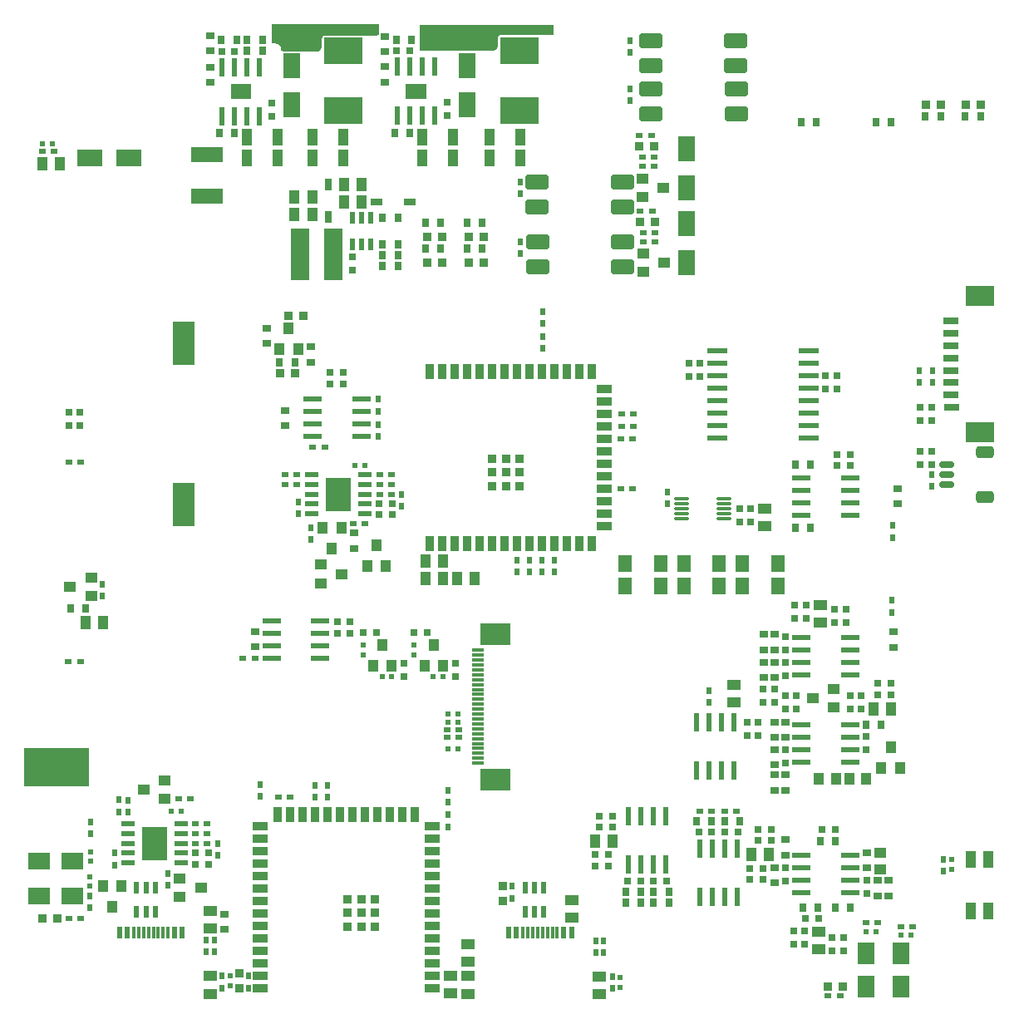
<source format=gbr>
G04*
G04 #@! TF.GenerationSoftware,Altium Limited,Altium Designer,24.10.1 (45)*
G04*
G04 Layer_Color=8421504*
%FSLAX25Y25*%
%MOIN*%
G70*
G04*
G04 #@! TF.SameCoordinates,F8DE0C88-6A82-4F8F-96BC-C1AF256D62EF*
G04*
G04*
G04 #@! TF.FilePolarity,Positive*
G04*
G01*
G75*
%ADD21R,0.26000X0.15500*%
%ADD22R,0.03200X0.03200*%
%ADD23R,0.02000X0.02600*%
%ADD24R,0.03200X0.03000*%
%ADD25R,0.03150X0.02953*%
%ADD26R,0.05700X0.04400*%
%ADD27R,0.01968X0.02362*%
%ADD28R,0.04700X0.04000*%
%ADD29R,0.02600X0.02000*%
%ADD30R,0.02362X0.01968*%
%ADD31R,0.09055X0.17717*%
G04:AMPARAMS|DCode=32|XSize=47.64mil|YSize=23.23mil|CornerRadius=2.9mil|HoleSize=0mil|Usage=FLASHONLY|Rotation=90.000|XOffset=0mil|YOffset=0mil|HoleType=Round|Shape=RoundedRectangle|*
%AMROUNDEDRECTD32*
21,1,0.04764,0.01742,0,0,90.0*
21,1,0.04183,0.02323,0,0,90.0*
1,1,0.00581,0.00871,0.02092*
1,1,0.00581,0.00871,-0.02092*
1,1,0.00581,-0.00871,-0.02092*
1,1,0.00581,-0.00871,0.02092*
%
%ADD32ROUNDEDRECTD32*%
%ADD33R,0.04400X0.05700*%
G04:AMPARAMS|DCode=34|XSize=57.87mil|YSize=11.02mil|CornerRadius=1.38mil|HoleSize=0mil|Usage=FLASHONLY|Rotation=0.000|XOffset=0mil|YOffset=0mil|HoleType=Round|Shape=RoundedRectangle|*
%AMROUNDEDRECTD34*
21,1,0.05787,0.00827,0,0,0.0*
21,1,0.05512,0.01102,0,0,0.0*
1,1,0.00276,0.02756,-0.00413*
1,1,0.00276,-0.02756,-0.00413*
1,1,0.00276,-0.02756,0.00413*
1,1,0.00276,0.02756,0.00413*
%
%ADD34ROUNDEDRECTD34*%
%ADD35R,0.03543X0.03543*%
%ADD36R,0.03543X0.05906*%
%ADD37R,0.05906X0.03543*%
%ADD38R,0.07756X0.02362*%
%ADD39R,0.05709X0.02362*%
%ADD40R,0.09843X0.13386*%
G04:AMPARAMS|DCode=41|XSize=80.71mil|YSize=23.23mil|CornerRadius=2.9mil|HoleSize=0mil|Usage=FLASHONLY|Rotation=0.000|XOffset=0mil|YOffset=0mil|HoleType=Round|Shape=RoundedRectangle|*
%AMROUNDEDRECTD41*
21,1,0.08071,0.01742,0,0,0.0*
21,1,0.07490,0.02323,0,0,0.0*
1,1,0.00581,0.03745,-0.00871*
1,1,0.00581,-0.03745,-0.00871*
1,1,0.00581,-0.03745,0.00871*
1,1,0.00581,0.03745,0.00871*
%
%ADD41ROUNDEDRECTD41*%
G04:AMPARAMS|DCode=42|XSize=90.55mil|YSize=58.27mil|CornerRadius=7.28mil|HoleSize=0mil|Usage=FLASHONLY|Rotation=0.000|XOffset=0mil|YOffset=0mil|HoleType=Round|Shape=RoundedRectangle|*
%AMROUNDEDRECTD42*
21,1,0.09055,0.04370,0,0,0.0*
21,1,0.07598,0.05827,0,0,0.0*
1,1,0.01457,0.03799,-0.02185*
1,1,0.01457,-0.03799,-0.02185*
1,1,0.01457,-0.03799,0.02185*
1,1,0.01457,0.03799,0.02185*
%
%ADD42ROUNDEDRECTD42*%
%ADD43R,0.02362X0.07756*%
%ADD44R,0.04724X0.04000*%
%ADD45R,0.03543X0.03543*%
%ADD46R,0.05906X0.03543*%
%ADD47R,0.03543X0.05906*%
%ADD48R,0.04000X0.04724*%
%ADD49R,0.03937X0.06693*%
%ADD50R,0.06693X0.08661*%
%ADD51R,0.08661X0.06693*%
%ADD52R,0.03000X0.03200*%
%ADD53R,0.04000X0.04700*%
%ADD54R,0.07480X0.20866*%
%ADD55R,0.15748X0.10630*%
%ADD56R,0.01181X0.04528*%
%ADD57R,0.02362X0.04528*%
G04:AMPARAMS|DCode=58|XSize=47.24mil|YSize=70.87mil|CornerRadius=11.81mil|HoleSize=0mil|Usage=FLASHONLY|Rotation=270.000|XOffset=0mil|YOffset=0mil|HoleType=Round|Shape=RoundedRectangle|*
%AMROUNDEDRECTD58*
21,1,0.04724,0.04724,0,0,270.0*
21,1,0.02362,0.07087,0,0,270.0*
1,1,0.02362,-0.02362,-0.01181*
1,1,0.02362,-0.02362,0.01181*
1,1,0.02362,0.02362,0.01181*
1,1,0.02362,0.02362,-0.01181*
%
%ADD58ROUNDEDRECTD58*%
G04:AMPARAMS|DCode=59|XSize=23.62mil|YSize=61.02mil|CornerRadius=5.91mil|HoleSize=0mil|Usage=FLASHONLY|Rotation=270.000|XOffset=0mil|YOffset=0mil|HoleType=Round|Shape=RoundedRectangle|*
%AMROUNDEDRECTD59*
21,1,0.02362,0.04921,0,0,270.0*
21,1,0.01181,0.06102,0,0,270.0*
1,1,0.01181,-0.02461,-0.00591*
1,1,0.01181,-0.02461,0.00591*
1,1,0.01181,0.02461,0.00591*
1,1,0.01181,0.02461,-0.00591*
%
%ADD59ROUNDEDRECTD59*%
%ADD60R,0.06299X0.03150*%
%ADD61R,0.11811X0.08268*%
%ADD62R,0.04921X0.01181*%
%ADD63R,0.12205X0.09055*%
%ADD64R,0.12598X0.05906*%
%ADD65R,0.03200X0.03200*%
%ADD66R,0.06693X0.09843*%
%ADD67R,0.05394X0.06811*%
G04:AMPARAMS|DCode=68|XSize=47.64mil|YSize=28.74mil|CornerRadius=2.59mil|HoleSize=0mil|Usage=FLASHONLY|Rotation=90.000|XOffset=0mil|YOffset=0mil|HoleType=Round|Shape=RoundedRectangle|*
%AMROUNDEDRECTD68*
21,1,0.04764,0.02357,0,0,90.0*
21,1,0.04247,0.02874,0,0,90.0*
1,1,0.00517,0.01178,0.02123*
1,1,0.00517,0.01178,-0.02123*
1,1,0.00517,-0.01178,-0.02123*
1,1,0.00517,-0.01178,0.02123*
%
%ADD68ROUNDEDRECTD68*%
G04:AMPARAMS|DCode=69|XSize=47.64mil|YSize=28.74mil|CornerRadius=2.59mil|HoleSize=0mil|Usage=FLASHONLY|Rotation=180.000|XOffset=0mil|YOffset=0mil|HoleType=Round|Shape=RoundedRectangle|*
%AMROUNDEDRECTD69*
21,1,0.04764,0.02357,0,0,180.0*
21,1,0.04247,0.02874,0,0,180.0*
1,1,0.00517,-0.02123,0.01178*
1,1,0.00517,0.02123,0.01178*
1,1,0.00517,0.02123,-0.01178*
1,1,0.00517,-0.02123,-0.01178*
%
%ADD69ROUNDEDRECTD69*%
%ADD70R,0.09843X0.06693*%
%ADD71R,0.02953X0.03150*%
%ADD72R,0.04400X0.07100*%
G36*
X84831Y363800D02*
Y369804D01*
X93026D01*
Y363800D01*
X84831D01*
D02*
G37*
G36*
X144372Y393756D02*
X144372Y390556D01*
X144372Y390317D01*
X144189Y389876D01*
X143852Y389539D01*
X143411Y389356D01*
X143172Y389356D01*
X143172Y389356D01*
X122772D01*
X122499Y389329D01*
X121994Y389120D01*
X121608Y388734D01*
X121399Y388229D01*
X121372Y387956D01*
D01*
Y384856D01*
Y384478D01*
X121083Y383780D01*
X120548Y383245D01*
X119850Y382956D01*
X119472D01*
D01*
X106172D01*
X105913Y382956D01*
X105436Y383154D01*
X105070Y383520D01*
X104872Y383997D01*
X104872Y384256D01*
X104872Y384256D01*
X104837Y384616D01*
X104561Y385280D01*
X104052Y385789D01*
X103388Y386065D01*
X103028Y386100D01*
D01*
X101172D01*
Y393756D01*
X144372D01*
D02*
G37*
G36*
X155031Y364000D02*
Y370004D01*
X163226D01*
Y364000D01*
X155031D01*
D02*
G37*
G36*
X214300Y393701D02*
Y389700D01*
X193300D01*
X193027Y389673D01*
X192522Y389464D01*
X192136Y389078D01*
X191927Y388573D01*
X191900Y388300D01*
D01*
Y385200D01*
Y384822D01*
X191611Y384124D01*
X191076Y383589D01*
X190378Y383300D01*
X190000D01*
D01*
X160500D01*
Y393701D01*
X214300D01*
D02*
G37*
D21*
X15000Y95750D02*
D03*
D22*
X249046Y314600D02*
D03*
X254951D02*
D03*
X15253Y35200D02*
D03*
X9347D02*
D03*
X108047Y277000D02*
D03*
X113953D02*
D03*
X110506Y253900D02*
D03*
X104600D02*
D03*
X254651Y344900D02*
D03*
X248746D02*
D03*
X363547Y361600D02*
D03*
X369453D02*
D03*
X379547D02*
D03*
X385453D02*
D03*
X324387Y7900D02*
D03*
X330293D02*
D03*
X186223Y308667D02*
D03*
X180318D02*
D03*
X186223Y298400D02*
D03*
X180318D02*
D03*
X169523Y308667D02*
D03*
X163618D02*
D03*
X169523Y298400D02*
D03*
X163618D02*
D03*
D23*
X199762Y174138D02*
D03*
Y178862D02*
D03*
X204762Y174138D02*
D03*
Y178862D02*
D03*
X143800Y243462D02*
D03*
Y238738D02*
D03*
X123700Y83800D02*
D03*
Y88524D02*
D03*
X143800Y228500D02*
D03*
Y233224D02*
D03*
X118700Y83800D02*
D03*
Y88524D02*
D03*
X237952Y11862D02*
D03*
Y7138D02*
D03*
X116800Y191962D02*
D03*
Y187238D02*
D03*
X234252Y26162D02*
D03*
Y21438D02*
D03*
X231152Y26162D02*
D03*
Y21438D02*
D03*
X112100Y197500D02*
D03*
Y202224D02*
D03*
X197637Y43386D02*
D03*
Y48110D02*
D03*
X153200Y205374D02*
D03*
Y200650D02*
D03*
X59600Y53162D02*
D03*
Y48438D02*
D03*
X81400Y12079D02*
D03*
Y7354D02*
D03*
X78300Y26662D02*
D03*
Y21938D02*
D03*
X75100Y26662D02*
D03*
Y21938D02*
D03*
X43500Y82724D02*
D03*
Y78000D02*
D03*
X39900Y82762D02*
D03*
Y78038D02*
D03*
X38426Y56739D02*
D03*
Y61463D02*
D03*
X79700Y65400D02*
D03*
Y60676D02*
D03*
X209800Y268562D02*
D03*
Y263838D02*
D03*
Y273838D02*
D03*
Y278562D02*
D03*
X365900Y213206D02*
D03*
Y208481D02*
D03*
X200900Y325938D02*
D03*
Y330662D02*
D03*
X244900Y363138D02*
D03*
Y367862D02*
D03*
Y382438D02*
D03*
Y387162D02*
D03*
X200900Y301938D02*
D03*
Y306662D02*
D03*
X276700Y126662D02*
D03*
Y121938D02*
D03*
X259800Y201468D02*
D03*
Y206193D02*
D03*
X209762Y178862D02*
D03*
Y174138D02*
D03*
X214762Y178862D02*
D03*
Y174138D02*
D03*
X366269Y250152D02*
D03*
Y254877D02*
D03*
X360931Y250152D02*
D03*
Y254877D02*
D03*
X33400Y169162D02*
D03*
Y164438D02*
D03*
X350100Y162762D02*
D03*
Y158038D02*
D03*
X350400Y188038D02*
D03*
Y192762D02*
D03*
X96600Y84338D02*
D03*
Y89062D02*
D03*
X172000Y72038D02*
D03*
Y76762D02*
D03*
Y81838D02*
D03*
Y86562D02*
D03*
X370700Y58835D02*
D03*
Y54110D02*
D03*
X91900Y12079D02*
D03*
Y7354D02*
D03*
X28500Y69337D02*
D03*
Y74061D02*
D03*
X28400Y44200D02*
D03*
Y39476D02*
D03*
D24*
X307200Y107950D02*
D03*
Y114050D02*
D03*
X303000D02*
D03*
Y107950D02*
D03*
X339800Y61650D02*
D03*
Y55550D02*
D03*
X106600Y232950D02*
D03*
Y239050D02*
D03*
X94500Y150250D02*
D03*
Y144150D02*
D03*
X350500Y144055D02*
D03*
Y150155D02*
D03*
X134200Y189750D02*
D03*
Y183650D02*
D03*
X82200Y30850D02*
D03*
Y36950D02*
D03*
X116800Y258350D02*
D03*
Y264450D02*
D03*
X99400Y265850D02*
D03*
Y271950D02*
D03*
X344200Y44350D02*
D03*
Y50450D02*
D03*
X303000Y49450D02*
D03*
Y55550D02*
D03*
X307300Y60650D02*
D03*
Y66750D02*
D03*
X348500Y50450D02*
D03*
Y44350D02*
D03*
X303000Y103050D02*
D03*
Y96950D02*
D03*
X307300Y92750D02*
D03*
Y86650D02*
D03*
X303000Y92750D02*
D03*
Y86650D02*
D03*
Y149126D02*
D03*
Y143026D02*
D03*
X298465D02*
D03*
Y149126D02*
D03*
Y137876D02*
D03*
Y131776D02*
D03*
X303000Y131826D02*
D03*
Y137926D02*
D03*
X352200Y201450D02*
D03*
Y207550D02*
D03*
X146731Y382850D02*
D03*
Y388950D02*
D03*
X76631Y383094D02*
D03*
Y389194D02*
D03*
X146731Y370650D02*
D03*
Y376750D02*
D03*
X76631Y370444D02*
D03*
Y376544D02*
D03*
D25*
X311100Y160964D02*
D03*
Y155649D02*
D03*
X327100Y153943D02*
D03*
Y159257D02*
D03*
X315500Y160964D02*
D03*
Y155649D02*
D03*
X331532Y153943D02*
D03*
Y159257D02*
D03*
X133638Y300617D02*
D03*
Y295302D02*
D03*
X268700Y252443D02*
D03*
Y257757D02*
D03*
X273100Y252485D02*
D03*
Y257800D02*
D03*
X327900Y247443D02*
D03*
Y252758D02*
D03*
X323300Y247443D02*
D03*
Y252758D02*
D03*
X365800Y222463D02*
D03*
Y217148D02*
D03*
X361400Y222463D02*
D03*
Y217148D02*
D03*
X296200Y108642D02*
D03*
Y113958D02*
D03*
X291800Y108642D02*
D03*
Y113958D02*
D03*
X293200Y194185D02*
D03*
Y199500D02*
D03*
X288800Y194185D02*
D03*
Y199500D02*
D03*
X307300Y55558D02*
D03*
Y50243D02*
D03*
X339900Y50500D02*
D03*
Y45185D02*
D03*
X330500Y27558D02*
D03*
Y22242D02*
D03*
X326100Y27558D02*
D03*
Y22242D02*
D03*
X310600Y24843D02*
D03*
Y30158D02*
D03*
X315000Y24785D02*
D03*
Y30100D02*
D03*
X339700Y102842D02*
D03*
Y108158D02*
D03*
X333200Y124515D02*
D03*
Y119200D02*
D03*
X337600Y124515D02*
D03*
Y119200D02*
D03*
X307300Y97742D02*
D03*
Y103058D02*
D03*
Y143018D02*
D03*
Y148333D02*
D03*
X298433Y121942D02*
D03*
Y127258D02*
D03*
X302900Y121942D02*
D03*
Y127258D02*
D03*
X311700Y124515D02*
D03*
Y119200D02*
D03*
X307300Y124515D02*
D03*
Y119200D02*
D03*
Y137933D02*
D03*
Y132618D02*
D03*
X365800Y235048D02*
D03*
Y240363D02*
D03*
X361400Y235048D02*
D03*
Y240363D02*
D03*
X24300Y232842D02*
D03*
Y238158D02*
D03*
X19900Y232842D02*
D03*
Y238158D02*
D03*
X174800Y137515D02*
D03*
Y132200D02*
D03*
X154142Y137515D02*
D03*
Y132200D02*
D03*
X171531Y357256D02*
D03*
Y362571D02*
D03*
X101331Y357056D02*
D03*
Y362371D02*
D03*
D26*
X321300Y160964D02*
D03*
Y153943D02*
D03*
X232752Y11911D02*
D03*
Y4889D02*
D03*
X221452Y35489D02*
D03*
Y42511D02*
D03*
X76500Y12079D02*
D03*
Y5057D02*
D03*
Y38211D02*
D03*
Y31189D02*
D03*
X286700Y121889D02*
D03*
Y128911D02*
D03*
X298900Y199500D02*
D03*
Y192479D02*
D03*
X320600Y30011D02*
D03*
Y22989D02*
D03*
X179800Y17800D02*
D03*
Y24821D02*
D03*
Y5059D02*
D03*
Y12100D02*
D03*
X172800Y5089D02*
D03*
Y12131D02*
D03*
D27*
X373900Y54898D02*
D03*
Y58835D02*
D03*
X241052Y7531D02*
D03*
Y11468D02*
D03*
X84700Y8142D02*
D03*
Y12079D02*
D03*
X28500Y58100D02*
D03*
Y62037D02*
D03*
X28400Y48137D02*
D03*
Y52074D02*
D03*
X158300Y144869D02*
D03*
Y140931D02*
D03*
X137843Y144900D02*
D03*
Y140963D02*
D03*
D28*
X345200Y61650D02*
D03*
Y54950D02*
D03*
D29*
X344324Y33600D02*
D03*
X339600D02*
D03*
X117738Y224100D02*
D03*
X122462D02*
D03*
X94462Y139700D02*
D03*
X89738D02*
D03*
X138662Y193500D02*
D03*
X133938D02*
D03*
X144438Y209311D02*
D03*
X149162D02*
D03*
X106638Y213248D02*
D03*
X111362D02*
D03*
X144438Y205374D02*
D03*
X149162D02*
D03*
X106638Y209311D02*
D03*
X111362D02*
D03*
X149162Y213200D02*
D03*
X144438D02*
D03*
X68662Y83260D02*
D03*
X63938D02*
D03*
X70438Y69400D02*
D03*
X75162D02*
D03*
X70438Y65400D02*
D03*
X75162D02*
D03*
Y73200D02*
D03*
X70438D02*
D03*
X24662Y35200D02*
D03*
X19938D02*
D03*
X253470Y349200D02*
D03*
X248746D02*
D03*
X254651Y336924D02*
D03*
X249927D02*
D03*
X254651Y340624D02*
D03*
X249927D02*
D03*
X253770Y318900D02*
D03*
X249046D02*
D03*
X254951Y306624D02*
D03*
X250227D02*
D03*
X254951Y310324D02*
D03*
X250227D02*
D03*
X241238Y207594D02*
D03*
X245962D02*
D03*
X241238Y227594D02*
D03*
X245962D02*
D03*
X287624Y78100D02*
D03*
X282900D02*
D03*
X272938D02*
D03*
X277662D02*
D03*
X241538Y232600D02*
D03*
X246262D02*
D03*
X241538Y237600D02*
D03*
X246262D02*
D03*
X108562Y83800D02*
D03*
X103838D02*
D03*
X19838Y218100D02*
D03*
X24562D02*
D03*
X19738Y138100D02*
D03*
X24462D02*
D03*
X171638Y110963D02*
D03*
X176362D02*
D03*
X176162Y107800D02*
D03*
X171438D02*
D03*
X329112Y4100D02*
D03*
X324387D02*
D03*
X353700Y32000D02*
D03*
X358424D02*
D03*
X9316Y342800D02*
D03*
X14040D02*
D03*
D30*
X343537Y30000D02*
D03*
X339600D02*
D03*
X138600Y217000D02*
D03*
X134663D02*
D03*
X64954Y78160D02*
D03*
X61017D02*
D03*
X175969Y117100D02*
D03*
X172031D02*
D03*
X175969Y103383D02*
D03*
X172032D02*
D03*
X175969Y114063D02*
D03*
X172032D02*
D03*
X353700Y28600D02*
D03*
X357637D02*
D03*
X13253Y345900D02*
D03*
X9316D02*
D03*
X169940Y132200D02*
D03*
X166003D02*
D03*
X149411D02*
D03*
X145474D02*
D03*
D31*
X66000Y265798D02*
D03*
Y201231D02*
D03*
D32*
X133598Y305645D02*
D03*
X137338D02*
D03*
X141078D02*
D03*
Y316275D02*
D03*
X137338D02*
D03*
X133598D02*
D03*
X210433Y37759D02*
D03*
X206693D02*
D03*
X202953D02*
D03*
Y47641D02*
D03*
X206693D02*
D03*
X210433D02*
D03*
X54540Y37759D02*
D03*
X50800D02*
D03*
X47060D02*
D03*
Y47641D02*
D03*
X50800D02*
D03*
X54540D02*
D03*
D33*
X130327Y322660D02*
D03*
X137369D02*
D03*
X293689Y61000D02*
D03*
X300711D02*
D03*
X238011Y66300D02*
D03*
X230989D02*
D03*
X342689Y119200D02*
D03*
X349711D02*
D03*
X33611Y153900D02*
D03*
X26589D02*
D03*
X175500Y171600D02*
D03*
X182521D02*
D03*
X9316Y337800D02*
D03*
X16337D02*
D03*
X162789Y171600D02*
D03*
X169831D02*
D03*
X162789Y178500D02*
D03*
X169831D02*
D03*
X130327Y329560D02*
D03*
X137369D02*
D03*
X117448Y317660D02*
D03*
X110407D02*
D03*
X117448Y324560D02*
D03*
X110407D02*
D03*
D34*
X265635Y203437D02*
D03*
Y201468D02*
D03*
Y199500D02*
D03*
Y197531D02*
D03*
Y195563D02*
D03*
X282565D02*
D03*
Y197531D02*
D03*
Y199500D02*
D03*
Y201468D02*
D03*
Y203437D02*
D03*
D35*
X195156Y214188D02*
D03*
Y208676D02*
D03*
Y219700D02*
D03*
X200668Y208676D02*
D03*
Y214188D02*
D03*
Y219700D02*
D03*
X189644Y208676D02*
D03*
Y214188D02*
D03*
Y219700D02*
D03*
D36*
X164762Y185645D02*
D03*
X169762D02*
D03*
X174762D02*
D03*
X179762D02*
D03*
X184762D02*
D03*
X189762D02*
D03*
X194762D02*
D03*
X199762D02*
D03*
X204762D02*
D03*
X209762D02*
D03*
X214762D02*
D03*
X219762D02*
D03*
X224762D02*
D03*
X229762D02*
D03*
Y254542D02*
D03*
X224762D02*
D03*
X219762D02*
D03*
X214762D02*
D03*
X209762D02*
D03*
X204762D02*
D03*
X199762D02*
D03*
X194762D02*
D03*
X189762D02*
D03*
X184762D02*
D03*
X179762D02*
D03*
X174762D02*
D03*
X169762D02*
D03*
X164762D02*
D03*
D37*
X234683Y192594D02*
D03*
Y197594D02*
D03*
Y202594D02*
D03*
Y207594D02*
D03*
Y212594D02*
D03*
Y217594D02*
D03*
Y222594D02*
D03*
Y227594D02*
D03*
Y232594D02*
D03*
Y237594D02*
D03*
Y242594D02*
D03*
Y247594D02*
D03*
D38*
X117756Y243500D02*
D03*
X137244Y233500D02*
D03*
Y238500D02*
D03*
Y243500D02*
D03*
X117756Y238500D02*
D03*
Y233500D02*
D03*
Y228500D02*
D03*
X137244D02*
D03*
X101256Y154700D02*
D03*
X120744Y144700D02*
D03*
Y149700D02*
D03*
Y154700D02*
D03*
X101256Y149700D02*
D03*
Y144700D02*
D03*
Y139700D02*
D03*
X120744D02*
D03*
X313756Y60500D02*
D03*
X333244Y50500D02*
D03*
Y55500D02*
D03*
Y60500D02*
D03*
X313756Y55500D02*
D03*
Y50500D02*
D03*
Y45500D02*
D03*
X333244D02*
D03*
Y98000D02*
D03*
X313756Y108000D02*
D03*
Y103000D02*
D03*
Y98000D02*
D03*
X333244Y103000D02*
D03*
Y108000D02*
D03*
Y113000D02*
D03*
X313756D02*
D03*
X333244Y132876D02*
D03*
X313756Y142876D02*
D03*
Y137876D02*
D03*
Y132876D02*
D03*
X333244Y137876D02*
D03*
Y142876D02*
D03*
Y147876D02*
D03*
X313756D02*
D03*
X333244Y197000D02*
D03*
X313756Y207000D02*
D03*
Y202000D02*
D03*
Y197000D02*
D03*
X333244Y202000D02*
D03*
Y207000D02*
D03*
Y212000D02*
D03*
X313756D02*
D03*
D39*
X117143Y213248D02*
D03*
Y209311D02*
D03*
Y205374D02*
D03*
Y201437D02*
D03*
Y197500D02*
D03*
X138600Y213248D02*
D03*
Y209311D02*
D03*
Y205374D02*
D03*
Y201437D02*
D03*
Y197500D02*
D03*
X43498Y73274D02*
D03*
Y69337D02*
D03*
Y65400D02*
D03*
Y61463D02*
D03*
Y57526D02*
D03*
X64954Y73274D02*
D03*
Y69337D02*
D03*
Y65400D02*
D03*
Y61463D02*
D03*
Y57526D02*
D03*
D40*
X127872Y205374D02*
D03*
X54226Y65400D02*
D03*
D41*
X316527Y262800D02*
D03*
Y257800D02*
D03*
Y252800D02*
D03*
Y247800D02*
D03*
Y242800D02*
D03*
Y237800D02*
D03*
Y232800D02*
D03*
Y227800D02*
D03*
X279873D02*
D03*
Y232800D02*
D03*
Y237800D02*
D03*
Y242800D02*
D03*
Y247800D02*
D03*
Y252800D02*
D03*
Y257800D02*
D03*
Y262800D02*
D03*
D42*
X241926Y330700D02*
D03*
Y320700D02*
D03*
X207674D02*
D03*
Y330700D02*
D03*
X253274Y357900D02*
D03*
Y367900D02*
D03*
X287526D02*
D03*
Y357900D02*
D03*
X242026Y306700D02*
D03*
Y296700D02*
D03*
X207774D02*
D03*
Y306700D02*
D03*
X253174Y377100D02*
D03*
Y387100D02*
D03*
X287426D02*
D03*
Y377100D02*
D03*
D43*
X271700Y94456D02*
D03*
X281700Y113944D02*
D03*
X276700D02*
D03*
X271700D02*
D03*
X276700Y94456D02*
D03*
X281700D02*
D03*
X286700D02*
D03*
Y113944D02*
D03*
X272800Y43856D02*
D03*
X282800Y63344D02*
D03*
X277800D02*
D03*
X272800D02*
D03*
X277800Y43856D02*
D03*
X282800D02*
D03*
X287800D02*
D03*
Y63344D02*
D03*
X259374Y76304D02*
D03*
X249374Y56816D02*
D03*
X254374D02*
D03*
X259374D02*
D03*
X254374Y76304D02*
D03*
X249374D02*
D03*
X244374D02*
D03*
Y56816D02*
D03*
X166631Y376744D02*
D03*
Y357256D02*
D03*
X161632D02*
D03*
X156632D02*
D03*
X151631Y376744D02*
D03*
X156632D02*
D03*
X161632D02*
D03*
X151631Y357256D02*
D03*
X96431Y376544D02*
D03*
Y357056D02*
D03*
X91431D02*
D03*
X86431D02*
D03*
X81432Y376544D02*
D03*
X86431D02*
D03*
X91431D02*
D03*
X81432Y357056D02*
D03*
D44*
X326473Y119760D02*
D03*
Y127240D02*
D03*
X318127Y123500D02*
D03*
X120827Y177140D02*
D03*
Y169660D02*
D03*
X129173Y173400D02*
D03*
X64427Y51340D02*
D03*
Y43860D02*
D03*
X72773Y47600D02*
D03*
X58147Y83260D02*
D03*
Y90740D02*
D03*
X49800Y87000D02*
D03*
X249927Y331965D02*
D03*
Y324484D02*
D03*
X258273Y328224D02*
D03*
X250227Y301965D02*
D03*
Y294484D02*
D03*
X258573Y298224D02*
D03*
X28773Y164460D02*
D03*
Y171940D02*
D03*
X20427Y168200D02*
D03*
D45*
X137106Y37472D02*
D03*
X142617D02*
D03*
X131594D02*
D03*
X142617Y42984D02*
D03*
X137106D02*
D03*
X131594D02*
D03*
X142617Y31961D02*
D03*
X137106D02*
D03*
X131594D02*
D03*
D46*
X165649Y7079D02*
D03*
Y12079D02*
D03*
Y17079D02*
D03*
Y22079D02*
D03*
Y27079D02*
D03*
Y32079D02*
D03*
Y37079D02*
D03*
Y42079D02*
D03*
Y47079D02*
D03*
Y52079D02*
D03*
Y57079D02*
D03*
Y62079D02*
D03*
Y67079D02*
D03*
Y72079D02*
D03*
X96751D02*
D03*
Y67079D02*
D03*
Y62079D02*
D03*
Y57079D02*
D03*
Y52079D02*
D03*
Y47079D02*
D03*
Y42079D02*
D03*
Y37079D02*
D03*
Y32079D02*
D03*
Y27079D02*
D03*
Y22079D02*
D03*
Y17079D02*
D03*
Y12079D02*
D03*
Y7079D02*
D03*
D47*
X158700Y77000D02*
D03*
X153700D02*
D03*
X148700D02*
D03*
X143700D02*
D03*
X138700D02*
D03*
X133700D02*
D03*
X128700D02*
D03*
X123700D02*
D03*
X118700D02*
D03*
X113700D02*
D03*
X108700D02*
D03*
X103700D02*
D03*
D48*
X162460Y136554D02*
D03*
X169940D02*
D03*
X166200Y144900D02*
D03*
X141902Y136554D02*
D03*
X149383D02*
D03*
X145642Y144900D02*
D03*
X129140Y191973D02*
D03*
X121660D02*
D03*
X125400Y183627D02*
D03*
X104360Y263627D02*
D03*
X111840D02*
D03*
X108100Y271973D02*
D03*
X345760Y95553D02*
D03*
X353240D02*
D03*
X349500Y103900D02*
D03*
X139460Y176590D02*
D03*
X146940D02*
D03*
X143200Y184936D02*
D03*
X41080Y48137D02*
D03*
X33600D02*
D03*
X37340Y39791D02*
D03*
D49*
X388460Y38165D02*
D03*
X381767D02*
D03*
X388460Y58835D02*
D03*
X381767D02*
D03*
D50*
X353700Y7907D02*
D03*
Y21293D02*
D03*
X339600Y7907D02*
D03*
Y21293D02*
D03*
D51*
X7907Y58100D02*
D03*
X21293D02*
D03*
X7907Y44200D02*
D03*
X21293D02*
D03*
D52*
X104350Y258300D02*
D03*
X110450D02*
D03*
X369450Y357000D02*
D03*
X363350D02*
D03*
X385500D02*
D03*
X379400D02*
D03*
X319600Y354600D02*
D03*
X313500D02*
D03*
X349650D02*
D03*
X343550D02*
D03*
X288950Y74300D02*
D03*
X282850D02*
D03*
X271650D02*
D03*
X277750D02*
D03*
X243224Y45916D02*
D03*
X249324D02*
D03*
Y41516D02*
D03*
X243224D02*
D03*
X254424D02*
D03*
X260524D02*
D03*
Y46016D02*
D03*
X254424D02*
D03*
X327150Y39600D02*
D03*
X333250D02*
D03*
X314250D02*
D03*
X320350D02*
D03*
X321150Y66400D02*
D03*
X327250D02*
D03*
X345750Y112800D02*
D03*
X339650D02*
D03*
X311181Y217100D02*
D03*
X317282D02*
D03*
X311181Y191900D02*
D03*
X317282D02*
D03*
X26550Y159600D02*
D03*
X20450D02*
D03*
X179650Y314200D02*
D03*
X185750D02*
D03*
X179650Y303933D02*
D03*
X185750D02*
D03*
X162950Y314200D02*
D03*
X169050D02*
D03*
X162950Y303933D02*
D03*
X169050D02*
D03*
X145688Y305660D02*
D03*
X151788D02*
D03*
Y297060D02*
D03*
X145688D02*
D03*
Y301360D02*
D03*
X151788D02*
D03*
Y316260D02*
D03*
X145688D02*
D03*
X151281Y387700D02*
D03*
X157381D02*
D03*
X156581Y350200D02*
D03*
X150481D02*
D03*
X81081Y387544D02*
D03*
X87182D02*
D03*
X86431Y350200D02*
D03*
X80331D02*
D03*
X91382Y387544D02*
D03*
X97482D02*
D03*
Y383144D02*
D03*
X91382D02*
D03*
D53*
X327456Y91400D02*
D03*
X320756D02*
D03*
X333000D02*
D03*
X339700D02*
D03*
D54*
X112445Y301660D02*
D03*
X125831D02*
D03*
D55*
X200731Y383209D02*
D03*
Y359390D02*
D03*
X129931Y383209D02*
D03*
Y359390D02*
D03*
D56*
X211805Y29681D02*
D03*
X215742D02*
D03*
X213773D02*
D03*
X209836D02*
D03*
X207868D02*
D03*
X205899D02*
D03*
X203931D02*
D03*
X201962D02*
D03*
X55753D02*
D03*
X59690D02*
D03*
X57721D02*
D03*
X53784D02*
D03*
X51816D02*
D03*
X49847D02*
D03*
X47879D02*
D03*
X45910D02*
D03*
D57*
X221450D02*
D03*
X218301D02*
D03*
X199403D02*
D03*
X196254D02*
D03*
X65398D02*
D03*
X62249D02*
D03*
X43351D02*
D03*
X40202D02*
D03*
D58*
X387256Y204150D02*
D03*
Y222261D02*
D03*
D59*
X372000Y217143D02*
D03*
Y213206D02*
D03*
Y209268D02*
D03*
D60*
X373677Y274758D02*
D03*
Y269837D02*
D03*
Y264916D02*
D03*
Y259995D02*
D03*
Y255073D02*
D03*
Y250152D02*
D03*
Y245231D02*
D03*
X373800Y240406D02*
D03*
D61*
X385217Y284799D02*
D03*
Y230366D02*
D03*
D62*
X183912Y97535D02*
D03*
Y99504D02*
D03*
Y101472D02*
D03*
Y103441D02*
D03*
Y105409D02*
D03*
Y107378D02*
D03*
Y109346D02*
D03*
Y111315D02*
D03*
Y113284D02*
D03*
Y115252D02*
D03*
Y117220D02*
D03*
Y119189D02*
D03*
Y121158D02*
D03*
Y123126D02*
D03*
Y125094D02*
D03*
Y127063D02*
D03*
Y129032D02*
D03*
Y131000D02*
D03*
Y132968D02*
D03*
Y134937D02*
D03*
Y136906D02*
D03*
Y138874D02*
D03*
Y140842D02*
D03*
Y142811D02*
D03*
D63*
X190900Y149386D02*
D03*
Y90961D02*
D03*
D64*
X75400Y325032D02*
D03*
Y341568D02*
D03*
D65*
X193937Y48101D02*
D03*
Y42195D02*
D03*
X88300Y7354D02*
D03*
Y13260D02*
D03*
D66*
X267600Y328224D02*
D03*
Y343972D02*
D03*
Y298224D02*
D03*
Y313972D02*
D03*
X179732Y361526D02*
D03*
Y377274D02*
D03*
X109432Y361626D02*
D03*
Y377374D02*
D03*
D67*
X290013Y168500D02*
D03*
X304187D02*
D03*
Y177600D02*
D03*
X290013D02*
D03*
X243013Y168500D02*
D03*
X257187D02*
D03*
Y177600D02*
D03*
X243013D02*
D03*
X266513Y168500D02*
D03*
X280687D02*
D03*
Y177600D02*
D03*
X266513D02*
D03*
D68*
X124038Y316446D02*
D03*
Y329674D02*
D03*
D69*
X156452Y322560D02*
D03*
X143224D02*
D03*
D70*
X28226Y340400D02*
D03*
X43974D02*
D03*
D71*
X124742Y254200D02*
D03*
X130058D02*
D03*
X124643Y249500D02*
D03*
X129957D02*
D03*
X132757Y149700D02*
D03*
X127443D02*
D03*
X132757Y154200D02*
D03*
X127443D02*
D03*
X149458Y201500D02*
D03*
X144142D02*
D03*
X149458Y197100D02*
D03*
X144142D02*
D03*
X75978Y57000D02*
D03*
X70663D02*
D03*
X75978Y61500D02*
D03*
X70663D02*
D03*
X282800Y69900D02*
D03*
X288115D02*
D03*
X296143Y70900D02*
D03*
X301458D02*
D03*
X296143Y66500D02*
D03*
X301458D02*
D03*
X298257Y55400D02*
D03*
X292943D02*
D03*
X298257Y51000D02*
D03*
X292943D02*
D03*
X277758Y69900D02*
D03*
X272443D02*
D03*
X249331Y50316D02*
D03*
X244017D02*
D03*
X236304Y56400D02*
D03*
X230989D02*
D03*
X236304Y60800D02*
D03*
X230989D02*
D03*
X232696Y71900D02*
D03*
X238011D02*
D03*
X232696Y76300D02*
D03*
X238011D02*
D03*
X254416Y50316D02*
D03*
X259732D02*
D03*
X320456Y35300D02*
D03*
X315141D02*
D03*
X327256Y70900D02*
D03*
X321941D02*
D03*
X344396Y129500D02*
D03*
X349711D02*
D03*
X344396Y125000D02*
D03*
X349711D02*
D03*
X327929Y221400D02*
D03*
X333244D02*
D03*
X327929Y217000D02*
D03*
X333244D02*
D03*
X163615Y149900D02*
D03*
X158300D02*
D03*
X143157D02*
D03*
X137843D02*
D03*
X151274Y383300D02*
D03*
X156589D02*
D03*
X81116Y383044D02*
D03*
X86431D02*
D03*
D72*
X200832Y340100D02*
D03*
X188631D02*
D03*
X200832Y348700D02*
D03*
X188631D02*
D03*
X161632Y348600D02*
D03*
X173831D02*
D03*
X161632Y340300D02*
D03*
X173831D02*
D03*
X129931Y348644D02*
D03*
X117731D02*
D03*
X129931Y340244D02*
D03*
X117731D02*
D03*
X91431Y348444D02*
D03*
X103631D02*
D03*
X91431Y340244D02*
D03*
X103631D02*
D03*
M02*

</source>
